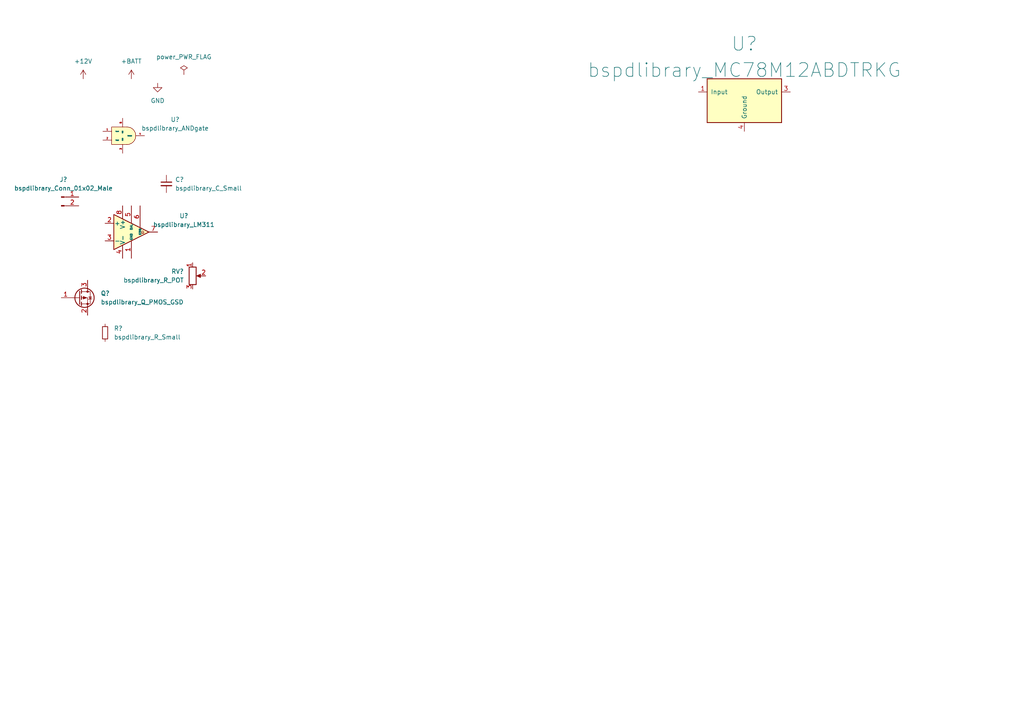
<source format=kicad_sch>
(kicad_sch (version 20211123) (generator eeschema)

  (uuid e63e39d7-6ac0-4ffd-8aa3-1841a4541b55)

  (paper "A4")

  (lib_symbols
    (symbol "bspd-cache:bspdlibrary_ANDgate" (pin_names (offset 1.016)) (in_bom yes) (on_board yes)
      (property "Reference" "U" (id 0) (at -3.81 4.445 0)
        (effects (font (size 1.27 1.27)))
      )
      (property "Value" "bspdlibrary_ANDgate" (id 1) (at 4.445 -3.81 0)
        (effects (font (size 1.27 1.27)))
      )
      (property "Footprint" "" (id 2) (at -1.905 0 0)
        (effects (font (size 1.27 1.27)) hide)
      )
      (property "Datasheet" "" (id 3) (at -1.905 0 0)
        (effects (font (size 1.27 1.27)) hide)
      )
      (symbol "bspdlibrary_ANDgate_0_1"
        (polyline
          (pts
            (xy 1.27 2.54)
            (xy -3.175 2.54)
            (xy -3.175 -2.54)
            (xy 1.27 -2.54)
          )
          (stroke (width 0) (type default) (color 0 0 0 0))
          (fill (type background))
        )
        (arc (start 1.27 -2.54) (mid 3.81 0) (end 1.27 2.54)
          (stroke (width 0) (type default) (color 0 0 0 0))
          (fill (type background))
        )
      )
      (symbol "bspdlibrary_ANDgate_1_1"
        (pin input line (at -5.715 1.27 0) (length 2.54)
          (name "Input" (effects (font (size 0.254 0.254))))
          (number "1" (effects (font (size 0.508 0.508))))
        )
        (pin input line (at -5.715 -1.27 0) (length 2.54)
          (name "Input" (effects (font (size 0.254 0.254))))
          (number "2" (effects (font (size 0.508 0.508))))
        )
        (pin power_in line (at 0 -5.08 90) (length 2.54)
          (name "GND" (effects (font (size 0.254 0.254))))
          (number "3" (effects (font (size 0.508 0.508))))
        )
        (pin output line (at 6.35 0 180) (length 2.54)
          (name "Output" (effects (font (size 0.254 0.254))))
          (number "4" (effects (font (size 0.508 0.508))))
        )
        (pin power_in line (at 0 5.08 270) (length 2.54)
          (name "VCC" (effects (font (size 0.254 0.254))))
          (number "5" (effects (font (size 0.508 0.508))))
        )
      )
    )
    (symbol "bspd-cache:bspdlibrary_C_Small" (pin_numbers hide) (pin_names (offset 0.254) hide) (in_bom yes) (on_board yes)
      (property "Reference" "C" (id 0) (at 0.254 1.778 0)
        (effects (font (size 1.27 1.27)) (justify left))
      )
      (property "Value" "bspdlibrary_C_Small" (id 1) (at 0.254 -2.032 0)
        (effects (font (size 1.27 1.27)) (justify left))
      )
      (property "Footprint" "" (id 2) (at 0 0 0)
        (effects (font (size 1.27 1.27)) hide)
      )
      (property "Datasheet" "" (id 3) (at 0 0 0)
        (effects (font (size 1.27 1.27)) hide)
      )
      (property "ki_fp_filters" "C_*" (id 4) (at 0 0 0)
        (effects (font (size 1.27 1.27)) hide)
      )
      (symbol "bspdlibrary_C_Small_0_1"
        (polyline
          (pts
            (xy -1.524 -0.508)
            (xy 1.524 -0.508)
          )
          (stroke (width 0.3302) (type default) (color 0 0 0 0))
          (fill (type none))
        )
        (polyline
          (pts
            (xy -1.524 0.508)
            (xy 1.524 0.508)
          )
          (stroke (width 0.3048) (type default) (color 0 0 0 0))
          (fill (type none))
        )
      )
      (symbol "bspdlibrary_C_Small_1_1"
        (pin passive line (at 0 2.54 270) (length 2.032)
          (name "~" (effects (font (size 1.27 1.27))))
          (number "1" (effects (font (size 1.27 1.27))))
        )
        (pin passive line (at 0 -2.54 90) (length 2.032)
          (name "~" (effects (font (size 1.27 1.27))))
          (number "2" (effects (font (size 1.27 1.27))))
        )
      )
    )
    (symbol "bspd-cache:bspdlibrary_Conn_01x02_Male" (pin_names (offset 1.016) hide) (in_bom yes) (on_board yes)
      (property "Reference" "J" (id 0) (at 0 2.54 0)
        (effects (font (size 1.27 1.27)))
      )
      (property "Value" "bspdlibrary_Conn_01x02_Male" (id 1) (at 0 -5.08 0)
        (effects (font (size 1.27 1.27)))
      )
      (property "Footprint" "" (id 2) (at 0 0 0)
        (effects (font (size 1.27 1.27)) hide)
      )
      (property "Datasheet" "" (id 3) (at 0 0 0)
        (effects (font (size 1.27 1.27)) hide)
      )
      (property "ki_fp_filters" "Connector*:*_1x??_*" (id 4) (at 0 0 0)
        (effects (font (size 1.27 1.27)) hide)
      )
      (symbol "bspdlibrary_Conn_01x02_Male_1_1"
        (polyline
          (pts
            (xy 1.27 -2.54)
            (xy 0.8636 -2.54)
          )
          (stroke (width 0.1524) (type default) (color 0 0 0 0))
          (fill (type none))
        )
        (polyline
          (pts
            (xy 1.27 0)
            (xy 0.8636 0)
          )
          (stroke (width 0.1524) (type default) (color 0 0 0 0))
          (fill (type none))
        )
        (rectangle (start 0.8636 -2.413) (end 0 -2.667)
          (stroke (width 0.1524) (type default) (color 0 0 0 0))
          (fill (type outline))
        )
        (rectangle (start 0.8636 0.127) (end 0 -0.127)
          (stroke (width 0.1524) (type default) (color 0 0 0 0))
          (fill (type outline))
        )
        (pin passive line (at 5.08 0 180) (length 3.81)
          (name "Pin_1" (effects (font (size 1.27 1.27))))
          (number "1" (effects (font (size 1.27 1.27))))
        )
        (pin passive line (at 5.08 -2.54 180) (length 3.81)
          (name "Pin_2" (effects (font (size 1.27 1.27))))
          (number "2" (effects (font (size 1.27 1.27))))
        )
      )
    )
    (symbol "bspd-cache:bspdlibrary_LM311" (pin_names (offset 0.127)) (in_bom yes) (on_board yes)
      (property "Reference" "U" (id 0) (at 3.81 6.35 0)
        (effects (font (size 1.27 1.27)) (justify left))
      )
      (property "Value" "bspdlibrary_LM311" (id 1) (at 3.81 3.81 0)
        (effects (font (size 1.27 1.27)) (justify left))
      )
      (property "Footprint" "" (id 2) (at 0 0 0)
        (effects (font (size 1.27 1.27)) hide)
      )
      (property "Datasheet" "" (id 3) (at 0 0 0)
        (effects (font (size 1.27 1.27)) hide)
      )
      (property "ki_fp_filters" "SOIC*3.9x4.9mm*P1.27mm* DIP*W7.62mm*" (id 4) (at 0 0 0)
        (effects (font (size 1.27 1.27)) hide)
      )
      (symbol "bspdlibrary_LM311_0_1"
        (polyline
          (pts
            (xy 5.08 0)
            (xy -5.08 5.08)
            (xy -5.08 -5.08)
            (xy 5.08 0)
          )
          (stroke (width 0.254) (type default) (color 0 0 0 0))
          (fill (type background))
        )
        (polyline
          (pts
            (xy 3.683 -0.381)
            (xy 3.302 -0.381)
            (xy 3.683 0)
            (xy 3.302 0.381)
            (xy 2.921 0)
            (xy 3.302 -0.381)
            (xy 2.921 -0.381)
          )
          (stroke (width 0.127) (type default) (color 0 0 0 0))
          (fill (type none))
        )
      )
      (symbol "bspdlibrary_LM311_1_1"
        (pin passive line (at 0 -7.62 90) (length 5.08)
          (name "GND" (effects (font (size 0.635 0.635))))
          (number "1" (effects (font (size 1.27 1.27))))
        )
        (pin input line (at -7.62 2.54 0) (length 2.54)
          (name "+" (effects (font (size 1.27 1.27))))
          (number "2" (effects (font (size 1.27 1.27))))
        )
        (pin input line (at -7.62 -2.54 0) (length 2.54)
          (name "-" (effects (font (size 1.27 1.27))))
          (number "3" (effects (font (size 1.27 1.27))))
        )
        (pin power_in line (at -2.54 -7.62 90) (length 3.81)
          (name "V-" (effects (font (size 1.27 1.27))))
          (number "4" (effects (font (size 1.27 1.27))))
        )
        (pin input line (at 0 7.62 270) (length 5.08)
          (name "BAL" (effects (font (size 0.635 0.635))))
          (number "5" (effects (font (size 1.27 1.27))))
        )
        (pin input line (at 2.54 7.62 270) (length 6.35)
          (name "STRB" (effects (font (size 0.508 0.508))))
          (number "6" (effects (font (size 1.27 1.27))))
        )
        (pin open_collector line (at 7.62 0 180) (length 2.54)
          (name "~" (effects (font (size 1.27 1.27))))
          (number "7" (effects (font (size 1.27 1.27))))
        )
        (pin power_in line (at -2.54 7.62 270) (length 3.81)
          (name "V+" (effects (font (size 1.27 1.27))))
          (number "8" (effects (font (size 1.27 1.27))))
        )
      )
    )
    (symbol "bspd-cache:bspdlibrary_MC78M12ABDTRKG" (pin_names (offset 1.016)) (in_bom yes) (on_board yes)
      (property "Reference" "U" (id 0) (at 0 17.78 0)
        (effects (font (size 3.9878 3.9878)))
      )
      (property "Value" "bspdlibrary_MC78M12ABDTRKG" (id 1) (at 1.905 -13.97 0)
        (effects (font (size 3.9878 3.9878)))
      )
      (property "Footprint" "" (id 2) (at 0 7.62 0)
        (effects (font (size 3.9878 3.9878)) hide)
      )
      (property "Datasheet" "" (id 3) (at 0 7.62 0)
        (effects (font (size 3.9878 3.9878)) hide)
      )
      (symbol "bspdlibrary_MC78M12ABDTRKG_0_1"
        (rectangle (start -10.795 15.24) (end 10.795 2.54)
          (stroke (width 0.254) (type default) (color 0 0 0 0))
          (fill (type background))
        )
      )
      (symbol "bspdlibrary_MC78M12ABDTRKG_1_1"
        (pin input line (at -13.335 11.43 0) (length 2.54)
          (name "Input" (effects (font (size 1.27 1.27))))
          (number "1" (effects (font (size 1.27 1.27))))
        )
        (pin output line (at 13.335 11.43 180) (length 2.54)
          (name "Output" (effects (font (size 1.27 1.27))))
          (number "3" (effects (font (size 1.27 1.27))))
        )
        (pin passive line (at 0 0 90) (length 2.54)
          (name "Ground" (effects (font (size 1.27 1.27))))
          (number "4" (effects (font (size 1.27 1.27))))
        )
      )
    )
    (symbol "bspd-cache:bspdlibrary_Q_PMOS_GSD" (pin_names (offset 0) hide) (in_bom yes) (on_board yes)
      (property "Reference" "Q" (id 0) (at 5.08 1.27 0)
        (effects (font (size 1.27 1.27)) (justify left))
      )
      (property "Value" "bspdlibrary_Q_PMOS_GSD" (id 1) (at 5.08 -1.27 0)
        (effects (font (size 1.27 1.27)) (justify left))
      )
      (property "Footprint" "" (id 2) (at 5.08 2.54 0)
        (effects (font (size 1.27 1.27)) hide)
      )
      (property "Datasheet" "" (id 3) (at 0 0 0)
        (effects (font (size 1.27 1.27)) hide)
      )
      (symbol "bspdlibrary_Q_PMOS_GSD_0_1"
        (polyline
          (pts
            (xy 0.254 0)
            (xy -2.54 0)
          )
          (stroke (width 0) (type default) (color 0 0 0 0))
          (fill (type none))
        )
        (polyline
          (pts
            (xy 0.254 1.905)
            (xy 0.254 -1.905)
          )
          (stroke (width 0.254) (type default) (color 0 0 0 0))
          (fill (type none))
        )
        (polyline
          (pts
            (xy 0.762 -1.27)
            (xy 0.762 -2.286)
          )
          (stroke (width 0.254) (type default) (color 0 0 0 0))
          (fill (type none))
        )
        (polyline
          (pts
            (xy 0.762 0.508)
            (xy 0.762 -0.508)
          )
          (stroke (width 0.254) (type default) (color 0 0 0 0))
          (fill (type none))
        )
        (polyline
          (pts
            (xy 0.762 2.286)
            (xy 0.762 1.27)
          )
          (stroke (width 0.254) (type default) (color 0 0 0 0))
          (fill (type none))
        )
        (polyline
          (pts
            (xy 2.54 2.54)
            (xy 2.54 1.778)
          )
          (stroke (width 0) (type default) (color 0 0 0 0))
          (fill (type none))
        )
        (polyline
          (pts
            (xy 2.54 -2.54)
            (xy 2.54 0)
            (xy 0.762 0)
          )
          (stroke (width 0) (type default) (color 0 0 0 0))
          (fill (type none))
        )
        (polyline
          (pts
            (xy 0.762 1.778)
            (xy 3.302 1.778)
            (xy 3.302 -1.778)
            (xy 0.762 -1.778)
          )
          (stroke (width 0) (type default) (color 0 0 0 0))
          (fill (type none))
        )
        (polyline
          (pts
            (xy 2.286 0)
            (xy 1.27 0.381)
            (xy 1.27 -0.381)
            (xy 2.286 0)
          )
          (stroke (width 0) (type default) (color 0 0 0 0))
          (fill (type outline))
        )
        (polyline
          (pts
            (xy 2.794 -0.508)
            (xy 2.921 -0.381)
            (xy 3.683 -0.381)
            (xy 3.81 -0.254)
          )
          (stroke (width 0) (type default) (color 0 0 0 0))
          (fill (type none))
        )
        (polyline
          (pts
            (xy 3.302 -0.381)
            (xy 2.921 0.254)
            (xy 3.683 0.254)
            (xy 3.302 -0.381)
          )
          (stroke (width 0) (type default) (color 0 0 0 0))
          (fill (type none))
        )
        (circle (center 1.651 0) (radius 2.794)
          (stroke (width 0.254) (type default) (color 0 0 0 0))
          (fill (type none))
        )
        (circle (center 2.54 -1.778) (radius 0.254)
          (stroke (width 0) (type default) (color 0 0 0 0))
          (fill (type outline))
        )
        (circle (center 2.54 1.778) (radius 0.254)
          (stroke (width 0) (type default) (color 0 0 0 0))
          (fill (type outline))
        )
      )
      (symbol "bspdlibrary_Q_PMOS_GSD_1_1"
        (pin input line (at -5.08 0 0) (length 2.54)
          (name "G" (effects (font (size 1.27 1.27))))
          (number "1" (effects (font (size 1.27 1.27))))
        )
        (pin passive line (at 2.54 -5.08 90) (length 2.54)
          (name "S" (effects (font (size 1.27 1.27))))
          (number "2" (effects (font (size 1.27 1.27))))
        )
        (pin passive line (at 2.54 5.08 270) (length 2.54)
          (name "D" (effects (font (size 1.27 1.27))))
          (number "3" (effects (font (size 1.27 1.27))))
        )
      )
    )
    (symbol "bspd-cache:bspdlibrary_R_POT" (pin_names (offset 1.016) hide) (in_bom yes) (on_board yes)
      (property "Reference" "RV" (id 0) (at -4.445 0 90)
        (effects (font (size 1.27 1.27)))
      )
      (property "Value" "bspdlibrary_R_POT" (id 1) (at -2.54 0 90)
        (effects (font (size 1.27 1.27)))
      )
      (property "Footprint" "" (id 2) (at 0 0 0)
        (effects (font (size 1.27 1.27)) hide)
      )
      (property "Datasheet" "" (id 3) (at 0 0 0)
        (effects (font (size 1.27 1.27)) hide)
      )
      (property "ki_fp_filters" "Potentiometer*" (id 4) (at 0 0 0)
        (effects (font (size 1.27 1.27)) hide)
      )
      (symbol "bspdlibrary_R_POT_0_1"
        (polyline
          (pts
            (xy 2.54 0)
            (xy 1.524 0)
          )
          (stroke (width 0) (type default) (color 0 0 0 0))
          (fill (type none))
        )
        (polyline
          (pts
            (xy 1.143 0)
            (xy 2.286 0.508)
            (xy 2.286 -0.508)
            (xy 1.143 0)
          )
          (stroke (width 0) (type default) (color 0 0 0 0))
          (fill (type outline))
        )
        (rectangle (start 1.016 2.54) (end -1.016 -2.54)
          (stroke (width 0.254) (type default) (color 0 0 0 0))
          (fill (type none))
        )
      )
      (symbol "bspdlibrary_R_POT_1_1"
        (pin passive line (at 0 3.81 270) (length 1.27)
          (name "1" (effects (font (size 1.27 1.27))))
          (number "1" (effects (font (size 1.27 1.27))))
        )
        (pin passive line (at 3.81 0 180) (length 1.27)
          (name "2" (effects (font (size 1.27 1.27))))
          (number "2" (effects (font (size 1.27 1.27))))
        )
        (pin passive line (at 0 -3.81 90) (length 1.27)
          (name "3" (effects (font (size 1.27 1.27))))
          (number "3" (effects (font (size 1.27 1.27))))
        )
      )
    )
    (symbol "bspd-cache:bspdlibrary_R_Small" (pin_numbers hide) (pin_names (offset 0.254) hide) (in_bom yes) (on_board yes)
      (property "Reference" "R" (id 0) (at 0.762 0.508 0)
        (effects (font (size 1.27 1.27)) (justify left))
      )
      (property "Value" "bspdlibrary_R_Small" (id 1) (at 0.762 -1.016 0)
        (effects (font (size 1.27 1.27)) (justify left))
      )
      (property "Footprint" "" (id 2) (at 0 0 0)
        (effects (font (size 1.27 1.27)) hide)
      )
      (property "Datasheet" "" (id 3) (at 0 0 0)
        (effects (font (size 1.27 1.27)) hide)
      )
      (property "ki_fp_filters" "R_*" (id 4) (at 0 0 0)
        (effects (font (size 1.27 1.27)) hide)
      )
      (symbol "bspdlibrary_R_Small_0_1"
        (rectangle (start -0.762 1.778) (end 0.762 -1.778)
          (stroke (width 0.2032) (type default) (color 0 0 0 0))
          (fill (type none))
        )
      )
      (symbol "bspdlibrary_R_Small_1_1"
        (pin passive line (at 0 2.54 270) (length 0.762)
          (name "~" (effects (font (size 1.27 1.27))))
          (number "1" (effects (font (size 1.27 1.27))))
        )
        (pin passive line (at 0 -2.54 90) (length 0.762)
          (name "~" (effects (font (size 1.27 1.27))))
          (number "2" (effects (font (size 1.27 1.27))))
        )
      )
    )
    (symbol "bspd-cache:power_+12V" (power) (pin_names (offset 0)) (in_bom yes) (on_board yes)
      (property "Reference" "#PWR" (id 0) (at 0 -3.81 0)
        (effects (font (size 1.27 1.27)) hide)
      )
      (property "Value" "power_+12V" (id 1) (at 0 3.556 0)
        (effects (font (size 1.27 1.27)))
      )
      (property "Footprint" "" (id 2) (at 0 0 0)
        (effects (font (size 1.27 1.27)) hide)
      )
      (property "Datasheet" "" (id 3) (at 0 0 0)
        (effects (font (size 1.27 1.27)) hide)
      )
      (symbol "power_+12V_0_1"
        (polyline
          (pts
            (xy -0.762 1.27)
            (xy 0 2.54)
          )
          (stroke (width 0) (type default) (color 0 0 0 0))
          (fill (type none))
        )
        (polyline
          (pts
            (xy 0 0)
            (xy 0 2.54)
          )
          (stroke (width 0) (type default) (color 0 0 0 0))
          (fill (type none))
        )
        (polyline
          (pts
            (xy 0 2.54)
            (xy 0.762 1.27)
          )
          (stroke (width 0) (type default) (color 0 0 0 0))
          (fill (type none))
        )
      )
      (symbol "power_+12V_1_1"
        (pin power_in line (at 0 0 90) (length 0) hide
          (name "+12V" (effects (font (size 1.27 1.27))))
          (number "1" (effects (font (size 1.27 1.27))))
        )
      )
    )
    (symbol "bspd-cache:power_+BATT" (power) (pin_names (offset 0)) (in_bom yes) (on_board yes)
      (property "Reference" "#PWR" (id 0) (at 0 -3.81 0)
        (effects (font (size 1.27 1.27)) hide)
      )
      (property "Value" "power_+BATT" (id 1) (at 0 3.556 0)
        (effects (font (size 1.27 1.27)))
      )
      (property "Footprint" "" (id 2) (at 0 0 0)
        (effects (font (size 1.27 1.27)) hide)
      )
      (property "Datasheet" "" (id 3) (at 0 0 0)
        (effects (font (size 1.27 1.27)) hide)
      )
      (symbol "power_+BATT_0_1"
        (polyline
          (pts
            (xy -0.762 1.27)
            (xy 0 2.54)
          )
          (stroke (width 0) (type default) (color 0 0 0 0))
          (fill (type none))
        )
        (polyline
          (pts
            (xy 0 0)
            (xy 0 2.54)
          )
          (stroke (width 0) (type default) (color 0 0 0 0))
          (fill (type none))
        )
        (polyline
          (pts
            (xy 0 2.54)
            (xy 0.762 1.27)
          )
          (stroke (width 0) (type default) (color 0 0 0 0))
          (fill (type none))
        )
      )
      (symbol "power_+BATT_1_1"
        (pin power_in line (at 0 0 90) (length 0) hide
          (name "+BATT" (effects (font (size 1.27 1.27))))
          (number "1" (effects (font (size 1.27 1.27))))
        )
      )
    )
    (symbol "bspd-cache:power_GND" (power) (pin_names (offset 0)) (in_bom yes) (on_board yes)
      (property "Reference" "#PWR" (id 0) (at 0 -6.35 0)
        (effects (font (size 1.27 1.27)) hide)
      )
      (property "Value" "power_GND" (id 1) (at 0 -3.81 0)
        (effects (font (size 1.27 1.27)))
      )
      (property "Footprint" "" (id 2) (at 0 0 0)
        (effects (font (size 1.27 1.27)) hide)
      )
      (property "Datasheet" "" (id 3) (at 0 0 0)
        (effects (font (size 1.27 1.27)) hide)
      )
      (symbol "power_GND_0_1"
        (polyline
          (pts
            (xy 0 0)
            (xy 0 -1.27)
            (xy 1.27 -1.27)
            (xy 0 -2.54)
            (xy -1.27 -1.27)
            (xy 0 -1.27)
          )
          (stroke (width 0) (type default) (color 0 0 0 0))
          (fill (type none))
        )
      )
      (symbol "power_GND_1_1"
        (pin power_in line (at 0 0 270) (length 0) hide
          (name "GND" (effects (font (size 1.27 1.27))))
          (number "1" (effects (font (size 1.27 1.27))))
        )
      )
    )
    (symbol "bspd-cache:power_PWR_FLAG" (power) (pin_numbers hide) (pin_names (offset 0) hide) (in_bom yes) (on_board yes)
      (property "Reference" "#FLG" (id 0) (at 0 1.905 0)
        (effects (font (size 1.27 1.27)) hide)
      )
      (property "Value" "power_PWR_FLAG" (id 1) (at 0 3.81 0)
        (effects (font (size 1.27 1.27)))
      )
      (property "Footprint" "" (id 2) (at 0 0 0)
        (effects (font (size 1.27 1.27)) hide)
      )
      (property "Datasheet" "" (id 3) (at 0 0 0)
        (effects (font (size 1.27 1.27)) hide)
      )
      (symbol "power_PWR_FLAG_0_0"
        (pin power_out line (at 0 0 90) (length 0)
          (name "pwr" (effects (font (size 1.27 1.27))))
          (number "1" (effects (font (size 1.27 1.27))))
        )
      )
      (symbol "power_PWR_FLAG_0_1"
        (polyline
          (pts
            (xy 0 0)
            (xy 0 1.27)
            (xy -1.016 1.905)
            (xy 0 2.54)
            (xy 1.016 1.905)
            (xy 0 1.27)
          )
          (stroke (width 0) (type default) (color 0 0 0 0))
          (fill (type none))
        )
      )
    )
  )


  (symbol (lib_id "bspd-cache:power_+BATT") (at 38.1 22.86 0) (unit 1)
    (in_bom yes) (on_board yes) (fields_autoplaced)
    (uuid 07195c6d-cf77-41b9-8df8-34cb3576da77)
    (property "Reference" "#PWR?" (id 0) (at 38.1 26.67 0)
      (effects (font (size 1.27 1.27)) hide)
    )
    (property "Value" "power_+BATT" (id 1) (at 38.1 17.78 0))
    (property "Footprint" "" (id 2) (at 38.1 22.86 0)
      (effects (font (size 1.27 1.27)) hide)
    )
    (property "Datasheet" "" (id 3) (at 38.1 22.86 0)
      (effects (font (size 1.27 1.27)) hide)
    )
    (pin "1" (uuid 4369dc8b-e248-4152-93d2-b665ee220ede))
  )

  (symbol (lib_id "bspd-cache:bspdlibrary_Q_PMOS_GSD") (at 22.86 86.36 0) (unit 1)
    (in_bom yes) (on_board yes) (fields_autoplaced)
    (uuid 072f6ca9-019e-4117-a14f-1748bef4c764)
    (property "Reference" "Q?" (id 0) (at 29.21 85.0899 0)
      (effects (font (size 1.27 1.27)) (justify left))
    )
    (property "Value" "bspdlibrary_Q_PMOS_GSD" (id 1) (at 29.21 87.6299 0)
      (effects (font (size 1.27 1.27)) (justify left))
    )
    (property "Footprint" "" (id 2) (at 27.94 83.82 0)
      (effects (font (size 1.27 1.27)) hide)
    )
    (property "Datasheet" "" (id 3) (at 22.86 86.36 0)
      (effects (font (size 1.27 1.27)) hide)
    )
    (pin "1" (uuid 3630457d-7dd0-43c5-b26e-f902f1da450d))
    (pin "2" (uuid 88897601-4aa6-42dd-b5f1-af7c387cc9e5))
    (pin "3" (uuid 24d2dfcc-7568-4e81-bc03-d4b4cb2f6cbe))
  )

  (symbol (lib_id "bspd-cache:bspdlibrary_R_POT") (at 55.88 80.01 0) (unit 1)
    (in_bom yes) (on_board yes) (fields_autoplaced)
    (uuid 13d18af2-1683-4672-bc69-cd47930e9e72)
    (property "Reference" "RV?" (id 0) (at 53.34 78.7399 0)
      (effects (font (size 1.27 1.27)) (justify right))
    )
    (property "Value" "bspdlibrary_R_POT" (id 1) (at 53.34 81.2799 0)
      (effects (font (size 1.27 1.27)) (justify right))
    )
    (property "Footprint" "" (id 2) (at 55.88 80.01 0)
      (effects (font (size 1.27 1.27)) hide)
    )
    (property "Datasheet" "" (id 3) (at 55.88 80.01 0)
      (effects (font (size 1.27 1.27)) hide)
    )
    (pin "1" (uuid 7657c0e2-b07d-42b9-81ed-d40564fcfa90))
    (pin "2" (uuid e34bb9aa-a28d-4170-8b79-d1b7aa73c851))
    (pin "3" (uuid 3b06656e-03c2-4abd-b0b5-d62e2da595dc))
  )

  (symbol (lib_id "bspd-cache:bspdlibrary_LM311") (at 38.1 67.31 0) (unit 1)
    (in_bom yes) (on_board yes) (fields_autoplaced)
    (uuid 154356df-d96a-4426-aa08-058870f95ab8)
    (property "Reference" "U?" (id 0) (at 53.34 62.611 0))
    (property "Value" "bspdlibrary_LM311" (id 1) (at 53.34 65.151 0))
    (property "Footprint" "" (id 2) (at 38.1 67.31 0)
      (effects (font (size 1.27 1.27)) hide)
    )
    (property "Datasheet" "" (id 3) (at 38.1 67.31 0)
      (effects (font (size 1.27 1.27)) hide)
    )
    (pin "1" (uuid 02f00b16-5ad5-480f-aa78-0df9ad4a4e13))
    (pin "2" (uuid 3eaedb32-56d0-447a-988e-f61638fe3e94))
    (pin "3" (uuid 991a048b-1c9f-495a-b752-9229d07e509a))
    (pin "4" (uuid 15e03801-4c84-4e80-ba65-c28b52420044))
    (pin "5" (uuid 29d472a1-c0d6-42c9-b2e5-a264b93a7ff1))
    (pin "6" (uuid ef914691-5491-42fb-853b-5015433cd48c))
    (pin "7" (uuid 9f3d3c80-f673-4138-8cfd-081612cb606b))
    (pin "8" (uuid 80aa8240-b182-45b1-bd96-4b2cb6340d6c))
  )

  (symbol (lib_id "bspd-cache:power_GND") (at 45.72 24.13 0) (unit 1)
    (in_bom yes) (on_board yes) (fields_autoplaced)
    (uuid 1e2da00d-23ad-4c28-a76a-cf31378cb3e2)
    (property "Reference" "#PWR?" (id 0) (at 45.72 30.48 0)
      (effects (font (size 1.27 1.27)) hide)
    )
    (property "Value" "power_GND" (id 1) (at 45.72 29.21 0))
    (property "Footprint" "" (id 2) (at 45.72 24.13 0)
      (effects (font (size 1.27 1.27)) hide)
    )
    (property "Datasheet" "" (id 3) (at 45.72 24.13 0)
      (effects (font (size 1.27 1.27)) hide)
    )
    (pin "1" (uuid 8ae03c8d-72d8-421c-a4c9-5c1ce796ec3c))
  )

  (symbol (lib_id "bspd-cache:power_PWR_FLAG") (at 53.34 21.59 0) (unit 1)
    (in_bom yes) (on_board yes) (fields_autoplaced)
    (uuid 2ce98ca2-ffce-4a49-8976-5d7cc3bc4ac1)
    (property "Reference" "#FLG?" (id 0) (at 53.34 19.685 0)
      (effects (font (size 1.27 1.27)) hide)
    )
    (property "Value" "power_PWR_FLAG" (id 1) (at 53.34 16.51 0))
    (property "Footprint" "" (id 2) (at 53.34 21.59 0)
      (effects (font (size 1.27 1.27)) hide)
    )
    (property "Datasheet" "" (id 3) (at 53.34 21.59 0)
      (effects (font (size 1.27 1.27)) hide)
    )
    (pin "1" (uuid 6a65a4e9-483d-47d8-9e69-17eeb799a122))
  )

  (symbol (lib_id "bspd-cache:bspdlibrary_C_Small") (at 48.26 53.34 0) (unit 1)
    (in_bom yes) (on_board yes) (fields_autoplaced)
    (uuid 4a1cfed3-30cf-4c54-9500-d2ce3443bf5d)
    (property "Reference" "C?" (id 0) (at 50.8 52.0762 0)
      (effects (font (size 1.27 1.27)) (justify left))
    )
    (property "Value" "bspdlibrary_C_Small" (id 1) (at 50.8 54.6162 0)
      (effects (font (size 1.27 1.27)) (justify left))
    )
    (property "Footprint" "" (id 2) (at 48.26 53.34 0)
      (effects (font (size 1.27 1.27)) hide)
    )
    (property "Datasheet" "" (id 3) (at 48.26 53.34 0)
      (effects (font (size 1.27 1.27)) hide)
    )
    (pin "1" (uuid 61883613-061e-4067-9ab0-38640276cb65))
    (pin "2" (uuid 394ee05a-f63c-4046-8f7d-aa3eeeff066d))
  )

  (symbol (lib_id "bspd-cache:bspdlibrary_ANDgate") (at 35.56 39.37 0) (unit 1)
    (in_bom yes) (on_board yes) (fields_autoplaced)
    (uuid 712d6a7d-2b62-464f-b745-fd2a6b0187f6)
    (property "Reference" "U?" (id 0) (at 50.8 34.671 0))
    (property "Value" "bspdlibrary_ANDgate" (id 1) (at 50.8 37.211 0))
    (property "Footprint" "" (id 2) (at 33.655 39.37 0)
      (effects (font (size 1.27 1.27)) hide)
    )
    (property "Datasheet" "" (id 3) (at 33.655 39.37 0)
      (effects (font (size 1.27 1.27)) hide)
    )
    (pin "1" (uuid 58dc14f9-c158-4824-a84e-24a6a482a7a4))
    (pin "2" (uuid f976e2cc-36f9-4479-a816-2c74d1d5da6f))
    (pin "3" (uuid b635b16e-60bb-4b3e-9fc3-47d34eef8381))
    (pin "4" (uuid 13475e15-f37c-4de8-857e-1722b0c39513))
    (pin "5" (uuid 2732632c-4768-42b6-bf7f-14643424019e))
  )

  (symbol (lib_id "bspd-cache:bspdlibrary_MC78M12ABDTRKG") (at 215.9 38.1 0) (unit 1)
    (in_bom yes) (on_board yes) (fields_autoplaced)
    (uuid 7f5d3454-9806-4a54-bc8c-558c0cff31ba)
    (property "Reference" "U?" (id 0) (at 215.9 12.7 0)
      (effects (font (size 3.9878 3.9878)))
    )
    (property "Value" "bspdlibrary_MC78M12ABDTRKG" (id 1) (at 215.9 20.32 0)
      (effects (font (size 3.9878 3.9878)))
    )
    (property "Footprint" "" (id 2) (at 215.9 30.48 0)
      (effects (font (size 3.9878 3.9878)) hide)
    )
    (property "Datasheet" "" (id 3) (at 215.9 30.48 0)
      (effects (font (size 3.9878 3.9878)) hide)
    )
    (pin "1" (uuid 9d6c09f7-9592-42b1-83ad-df5976415556))
    (pin "3" (uuid fca4ec6e-796a-45e7-89d9-55d88a463990))
    (pin "4" (uuid 25022057-82b0-4c49-907e-d0a6b68009ef))
  )

  (symbol (lib_id "bspd-cache:power_+12V") (at 24.13 22.86 0) (unit 1)
    (in_bom yes) (on_board yes) (fields_autoplaced)
    (uuid 894fa2bf-3083-4b85-b49f-7d9b94114f85)
    (property "Reference" "#PWR?" (id 0) (at 24.13 26.67 0)
      (effects (font (size 1.27 1.27)) hide)
    )
    (property "Value" "power_+12V" (id 1) (at 24.13 17.78 0))
    (property "Footprint" "" (id 2) (at 24.13 22.86 0)
      (effects (font (size 1.27 1.27)) hide)
    )
    (property "Datasheet" "" (id 3) (at 24.13 22.86 0)
      (effects (font (size 1.27 1.27)) hide)
    )
    (pin "1" (uuid 4a438103-2a20-4099-ac02-cd0c2d601367))
  )

  (symbol (lib_id "bspd-cache:bspdlibrary_R_Small") (at 30.48 96.52 0) (unit 1)
    (in_bom yes) (on_board yes) (fields_autoplaced)
    (uuid b2b23386-d0d5-4278-8953-0c9c0e5e73f7)
    (property "Reference" "R?" (id 0) (at 33.02 95.2499 0)
      (effects (font (size 1.27 1.27)) (justify left))
    )
    (property "Value" "bspdlibrary_R_Small" (id 1) (at 33.02 97.7899 0)
      (effects (font (size 1.27 1.27)) (justify left))
    )
    (property "Footprint" "" (id 2) (at 30.48 96.52 0)
      (effects (font (size 1.27 1.27)) hide)
    )
    (property "Datasheet" "" (id 3) (at 30.48 96.52 0)
      (effects (font (size 1.27 1.27)) hide)
    )
    (pin "1" (uuid 91696539-77c4-4a75-8e58-8ed056557991))
    (pin "2" (uuid 1fe1971a-7016-45bb-8345-401820ae3862))
  )

  (symbol (lib_id "bspd-cache:bspdlibrary_Conn_01x02_Male") (at 17.78 57.15 0) (unit 1)
    (in_bom yes) (on_board yes) (fields_autoplaced)
    (uuid fb4e7351-d265-4999-adf6-bc7596c21cf3)
    (property "Reference" "J?" (id 0) (at 18.415 52.07 0))
    (property "Value" "bspdlibrary_Conn_01x02_Male" (id 1) (at 18.415 54.61 0))
    (property "Footprint" "" (id 2) (at 17.78 57.15 0)
      (effects (font (size 1.27 1.27)) hide)
    )
    (property "Datasheet" "" (id 3) (at 17.78 57.15 0)
      (effects (font (size 1.27 1.27)) hide)
    )
    (pin "1" (uuid 18b6dcb6-5ab3-481b-b998-33e8cf6d281f))
    (pin "2" (uuid fa16f237-4e21-4b18-8c54-f7de4e62bbb6))
  )

  (sheet_instances
    (path "/" (page "1"))
  )

  (symbol_instances
    (path "/2ce98ca2-ffce-4a49-8976-5d7cc3bc4ac1"
      (reference "#FLG?") (unit 1) (value "power_PWR_FLAG") (footprint "")
    )
    (path "/07195c6d-cf77-41b9-8df8-34cb3576da77"
      (reference "#PWR?") (unit 1) (value "power_+BATT") (footprint "")
    )
    (path "/1e2da00d-23ad-4c28-a76a-cf31378cb3e2"
      (reference "#PWR?") (unit 1) (value "power_GND") (footprint "")
    )
    (path "/894fa2bf-3083-4b85-b49f-7d9b94114f85"
      (reference "#PWR?") (unit 1) (value "power_+12V") (footprint "")
    )
    (path "/4a1cfed3-30cf-4c54-9500-d2ce3443bf5d"
      (reference "C?") (unit 1) (value "bspdlibrary_C_Small") (footprint "")
    )
    (path "/fb4e7351-d265-4999-adf6-bc7596c21cf3"
      (reference "J?") (unit 1) (value "bspdlibrary_Conn_01x02_Male") (footprint "")
    )
    (path "/072f6ca9-019e-4117-a14f-1748bef4c764"
      (reference "Q?") (unit 1) (value "bspdlibrary_Q_PMOS_GSD") (footprint "")
    )
    (path "/b2b23386-d0d5-4278-8953-0c9c0e5e73f7"
      (reference "R?") (unit 1) (value "bspdlibrary_R_Small") (footprint "")
    )
    (path "/13d18af2-1683-4672-bc69-cd47930e9e72"
      (reference "RV?") (unit 1) (value "bspdlibrary_R_POT") (footprint "")
    )
    (path "/154356df-d96a-4426-aa08-058870f95ab8"
      (reference "U?") (unit 1) (value "bspdlibrary_LM311") (footprint "")
    )
    (path "/712d6a7d-2b62-464f-b745-fd2a6b0187f6"
      (reference "U?") (unit 1) (value "bspdlibrary_ANDgate") (footprint "")
    )
    (path "/7f5d3454-9806-4a54-bc8c-558c0cff31ba"
      (reference "U?") (unit 1) (value "bspdlibrary_MC78M12ABDTRKG") (footprint "")
    )
  )
)

</source>
